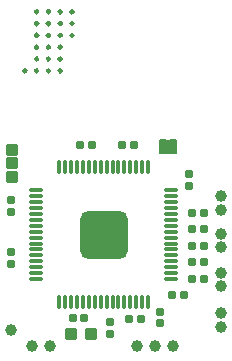
<source format=gbr>
%TF.GenerationSoftware,KiCad,Pcbnew,8.99.0-344-gfbc433deaa*%
%TF.CreationDate,2024-03-17T11:59:04-04:00*%
%TF.ProjectId,AVEFlex,41564546-6c65-4782-9e6b-696361645f70,rev?*%
%TF.SameCoordinates,Original*%
%TF.FileFunction,Soldermask,Top*%
%TF.FilePolarity,Negative*%
%FSLAX46Y46*%
G04 Gerber Fmt 4.6, Leading zero omitted, Abs format (unit mm)*
G04 Created by KiCad (PCBNEW 8.99.0-344-gfbc433deaa) date 2024-03-17 11:59:04*
%MOMM*%
%LPD*%
G01*
G04 APERTURE LIST*
G04 Aperture macros list*
%AMRoundRect*
0 Rectangle with rounded corners*
0 $1 Rounding radius*
0 $2 $3 $4 $5 $6 $7 $8 $9 X,Y pos of 4 corners*
0 Add a 4 corners polygon primitive as box body*
4,1,4,$2,$3,$4,$5,$6,$7,$8,$9,$2,$3,0*
0 Add four circle primitives for the rounded corners*
1,1,$1+$1,$2,$3*
1,1,$1+$1,$4,$5*
1,1,$1+$1,$6,$7*
1,1,$1+$1,$8,$9*
0 Add four rect primitives between the rounded corners*
20,1,$1+$1,$2,$3,$4,$5,0*
20,1,$1+$1,$4,$5,$6,$7,0*
20,1,$1+$1,$6,$7,$8,$9,0*
20,1,$1+$1,$8,$9,$2,$3,0*%
G04 Aperture macros list end*
%ADD10C,0.255000*%
%ADD11RoundRect,0.150000X-0.350000X-0.350000X0.350000X-0.350000X0.350000X0.350000X-0.350000X0.350000X0*%
%ADD12RoundRect,0.101600X-0.248400X0.198400X-0.248400X-0.198400X0.248400X-0.198400X0.248400X0.198400X0*%
%ADD13RoundRect,0.500000X-0.000010X-0.000010X0.000010X-0.000010X0.000010X0.000010X-0.000010X0.000010X0*%
%ADD14RoundRect,0.101600X0.198400X0.248400X-0.198400X0.248400X-0.198400X-0.248400X0.198400X-0.248400X0*%
%ADD15RoundRect,0.500000X-0.000014X0.000000X0.000000X-0.000014X0.000014X0.000000X0.000000X0.000014X0*%
%ADD16RoundRect,0.101600X0.248400X-0.198400X0.248400X0.198400X-0.248400X0.198400X-0.248400X-0.198400X0*%
%ADD17RoundRect,0.101600X-0.215900X-0.533400X0.215900X-0.533400X0.215900X0.533400X-0.215900X0.533400X0*%
%ADD18RoundRect,0.101600X-0.048400X0.498400X-0.048400X-0.498400X0.048400X-0.498400X0.048400X0.498400X0*%
%ADD19RoundRect,0.101600X-0.498400X0.048400X-0.498400X-0.048400X0.498400X-0.048400X0.498400X0.048400X0*%
%ADD20RoundRect,0.600000X-1.400000X1.400000X-1.400000X-1.400000X1.400000X-1.400000X1.400000X1.400000X0*%
%ADD21RoundRect,0.101600X-0.198400X-0.248400X0.198400X-0.248400X0.198400X0.248400X-0.198400X0.248400X0*%
%ADD22RoundRect,0.150000X0.350000X0.350000X-0.350000X0.350000X-0.350000X-0.350000X0.350000X-0.350000X0*%
G04 APERTURE END LIST*
D10*
X144058858Y-95830600D02*
G75*
G02*
X143803858Y-95830600I-127500J0D01*
G01*
X143803858Y-95830600D02*
G75*
G02*
X144058858Y-95830600I127500J0D01*
G01*
X144058858Y-94830600D02*
G75*
G02*
X143803858Y-94830600I-127500J0D01*
G01*
X143803858Y-94830600D02*
G75*
G02*
X144058858Y-94830600I127500J0D01*
G01*
X145058858Y-92830600D02*
G75*
G02*
X144803858Y-92830600I-127500J0D01*
G01*
X144803858Y-92830600D02*
G75*
G02*
X145058858Y-92830600I127500J0D01*
G01*
X142058858Y-95830600D02*
G75*
G02*
X141803858Y-95830600I-127500J0D01*
G01*
X141803858Y-95830600D02*
G75*
G02*
X142058858Y-95830600I127500J0D01*
G01*
X142058858Y-91830600D02*
G75*
G02*
X141803858Y-91830600I-127500J0D01*
G01*
X141803858Y-91830600D02*
G75*
G02*
X142058858Y-91830600I127500J0D01*
G01*
X144058858Y-92830600D02*
G75*
G02*
X143803858Y-92830600I-127500J0D01*
G01*
X143803858Y-92830600D02*
G75*
G02*
X144058858Y-92830600I127500J0D01*
G01*
X144058858Y-91830600D02*
G75*
G02*
X143803858Y-91830600I-127500J0D01*
G01*
X143803858Y-91830600D02*
G75*
G02*
X144058858Y-91830600I127500J0D01*
G01*
X142058858Y-94830600D02*
G75*
G02*
X141803858Y-94830600I-127500J0D01*
G01*
X141803858Y-94830600D02*
G75*
G02*
X142058858Y-94830600I127500J0D01*
G01*
X142058858Y-90830600D02*
G75*
G02*
X141803858Y-90830600I-127500J0D01*
G01*
X141803858Y-90830600D02*
G75*
G02*
X142058858Y-90830600I127500J0D01*
G01*
X145058858Y-91830600D02*
G75*
G02*
X144803858Y-91830600I-127500J0D01*
G01*
X144803858Y-91830600D02*
G75*
G02*
X145058858Y-91830600I127500J0D01*
G01*
X145058858Y-90830600D02*
G75*
G02*
X144803858Y-90830600I-127500J0D01*
G01*
X144803858Y-90830600D02*
G75*
G02*
X145058858Y-90830600I127500J0D01*
G01*
X143058858Y-91830600D02*
G75*
G02*
X142803858Y-91830600I-127500J0D01*
G01*
X142803858Y-91830600D02*
G75*
G02*
X143058858Y-91830600I127500J0D01*
G01*
X142058858Y-93830600D02*
G75*
G02*
X141803858Y-93830600I-127500J0D01*
G01*
X141803858Y-93830600D02*
G75*
G02*
X142058858Y-93830600I127500J0D01*
G01*
X143058858Y-95830600D02*
G75*
G02*
X142803858Y-95830600I-127500J0D01*
G01*
X142803858Y-95830600D02*
G75*
G02*
X143058858Y-95830600I127500J0D01*
G01*
X143058858Y-94830600D02*
G75*
G02*
X142803858Y-94830600I-127500J0D01*
G01*
X142803858Y-94830600D02*
G75*
G02*
X143058858Y-94830600I127500J0D01*
G01*
X144058858Y-90830600D02*
G75*
G02*
X143803858Y-90830600I-127500J0D01*
G01*
X143803858Y-90830600D02*
G75*
G02*
X144058858Y-90830600I127500J0D01*
G01*
X141058858Y-95830600D02*
G75*
G02*
X140803858Y-95830600I-127500J0D01*
G01*
X140803858Y-95830600D02*
G75*
G02*
X141058858Y-95830600I127500J0D01*
G01*
X142058858Y-92830600D02*
G75*
G02*
X141803858Y-92830600I-127500J0D01*
G01*
X141803858Y-92830600D02*
G75*
G02*
X142058858Y-92830600I127500J0D01*
G01*
X143058858Y-92830600D02*
G75*
G02*
X142803858Y-92830600I-127500J0D01*
G01*
X142803858Y-92830600D02*
G75*
G02*
X143058858Y-92830600I127500J0D01*
G01*
X143058858Y-93830600D02*
G75*
G02*
X142803858Y-93830600I-127500J0D01*
G01*
X142803858Y-93830600D02*
G75*
G02*
X143058858Y-93830600I127500J0D01*
G01*
X143058858Y-90830600D02*
G75*
G02*
X142803858Y-90830600I-127500J0D01*
G01*
X142803858Y-90830600D02*
G75*
G02*
X143058858Y-90830600I127500J0D01*
G01*
X144058858Y-93830600D02*
G75*
G02*
X143803858Y-93830600I-127500J0D01*
G01*
X143803858Y-93830600D02*
G75*
G02*
X144058858Y-93830600I127500J0D01*
G01*
D11*
%TO.C,TP21*%
X139865904Y-104818059D03*
%TD*%
D12*
%TO.C,R1*%
X152370142Y-116212700D03*
X152370142Y-117212700D03*
%TD*%
D13*
%TO.C,TP1*%
X157518904Y-112946059D03*
%TD*%
D11*
%TO.C,TP20*%
X139865904Y-102532059D03*
%TD*%
D13*
%TO.C,TP4*%
X141515364Y-119100600D03*
%TD*%
D14*
%TO.C,C2*%
X150143358Y-102082597D03*
X149143358Y-102082597D03*
%TD*%
D13*
%TO.C,TP2*%
X157518904Y-109644059D03*
%TD*%
D15*
%TO.C,TP18*%
X157518904Y-117518059D03*
%TD*%
D12*
%TO.C,C7*%
X148119361Y-117076603D03*
X148119361Y-118076603D03*
%TD*%
D16*
%TO.C,C11*%
X154851904Y-105572059D03*
X154851904Y-104572059D03*
%TD*%
D17*
%TO.C,JP1*%
X152667504Y-102278059D03*
X153480304Y-102278059D03*
%TD*%
D13*
%TO.C,TP8*%
X151930904Y-119169059D03*
%TD*%
%TO.C,TP16*%
X153454904Y-119169059D03*
%TD*%
D14*
%TO.C,C9*%
X154409564Y-114792641D03*
X153409564Y-114792641D03*
%TD*%
D13*
%TO.C,TP3*%
X157518904Y-106469059D03*
%TD*%
D18*
%TO.C,IC1*%
X151361358Y-104002603D03*
X150861358Y-104002603D03*
X150361358Y-104002603D03*
X149861358Y-104002603D03*
X149361358Y-104002603D03*
X148861358Y-104002603D03*
X148361358Y-104002603D03*
X147861358Y-104002603D03*
X147361358Y-104002603D03*
X146861358Y-104002603D03*
X146361358Y-104002603D03*
X145861358Y-104002603D03*
X145361358Y-104002603D03*
X144861358Y-104002603D03*
X144361358Y-104002603D03*
X143861358Y-104002603D03*
D19*
X141911358Y-105952603D03*
X141911358Y-106452603D03*
X141911358Y-106952603D03*
X141911358Y-107452603D03*
X141911358Y-107952603D03*
X141911358Y-108452603D03*
X141911358Y-108952603D03*
X141911358Y-109452603D03*
X141911358Y-109952603D03*
X141911358Y-110452603D03*
X141911358Y-110952603D03*
X141911358Y-111452603D03*
X141911358Y-111952603D03*
X141911358Y-112452603D03*
X141911358Y-112952603D03*
X141911358Y-113452603D03*
D18*
X143861358Y-115402603D03*
X144361358Y-115402603D03*
X144861358Y-115402603D03*
X145361358Y-115402603D03*
X145861358Y-115402603D03*
X146361358Y-115402603D03*
X146861358Y-115402603D03*
X147361358Y-115402603D03*
X147861358Y-115402603D03*
X148361358Y-115402603D03*
X148861358Y-115402603D03*
X149361358Y-115402603D03*
X149861358Y-115402603D03*
X150361358Y-115402603D03*
X150861358Y-115402603D03*
X151361358Y-115402603D03*
D19*
X153311358Y-113452603D03*
X153311358Y-112952603D03*
X153311358Y-112452603D03*
X153311358Y-111952603D03*
X153311358Y-111452603D03*
X153311358Y-110952603D03*
X153311358Y-110452603D03*
X153311358Y-109952603D03*
X153311358Y-109452603D03*
X153311358Y-108952603D03*
X153311358Y-108452603D03*
X153311358Y-107952603D03*
X153311358Y-107452603D03*
X153311358Y-106952603D03*
X153311358Y-106452603D03*
X153311358Y-105952603D03*
D20*
X147611358Y-109702603D03*
%TD*%
D13*
%TO.C,TP12*%
X157518904Y-110787059D03*
%TD*%
D14*
%TO.C,C8*%
X150772167Y-116881513D03*
X149772167Y-116881513D03*
%TD*%
D13*
%TO.C,TP13*%
X157518904Y-107612059D03*
%TD*%
D12*
%TO.C,C5*%
X139739898Y-111163481D03*
X139739898Y-112163481D03*
%TD*%
D21*
%TO.C,R4*%
X155113904Y-109263059D03*
X156113904Y-109263059D03*
%TD*%
D14*
%TO.C,C3*%
X146587361Y-102082603D03*
X145587361Y-102082603D03*
%TD*%
D22*
%TO.C,C1*%
X146505558Y-118135403D03*
X144805558Y-118135403D03*
%TD*%
D11*
%TO.C,TP22*%
X139865904Y-103675059D03*
%TD*%
D13*
%TO.C,TP7*%
X150406904Y-119169059D03*
%TD*%
D21*
%TO.C,R2*%
X155113904Y-113454059D03*
X156113904Y-113454059D03*
%TD*%
%TO.C,C10*%
X155113904Y-110660059D03*
X156113904Y-110660059D03*
%TD*%
%TO.C,R3*%
X155113904Y-112057059D03*
X156113904Y-112057059D03*
%TD*%
D12*
%TO.C,C4*%
X139740448Y-106799519D03*
X139740448Y-107799519D03*
%TD*%
D13*
%TO.C,TP6*%
X157518904Y-116375059D03*
%TD*%
D21*
%TO.C,R5*%
X155113904Y-107866059D03*
X156113904Y-107866059D03*
%TD*%
D14*
%TO.C,C6*%
X145977758Y-116763800D03*
X144977758Y-116763800D03*
%TD*%
D13*
%TO.C,TP5*%
X143039361Y-119100597D03*
%TD*%
%TO.C,TP15*%
X139803401Y-117802656D03*
%TD*%
%TO.C,TP11*%
X157518904Y-114089059D03*
%TD*%
G36*
X153578536Y-101648968D02*
G01*
X153581904Y-101657100D01*
X153581904Y-102899019D01*
X153578536Y-102907151D01*
X153570404Y-102910519D01*
X152450404Y-102910519D01*
X152442272Y-102907151D01*
X152438904Y-102899019D01*
X152438904Y-101657100D01*
X152442272Y-101648968D01*
X152450404Y-101645600D01*
X153570404Y-101645600D01*
X153578536Y-101648968D01*
G37*
M02*

</source>
